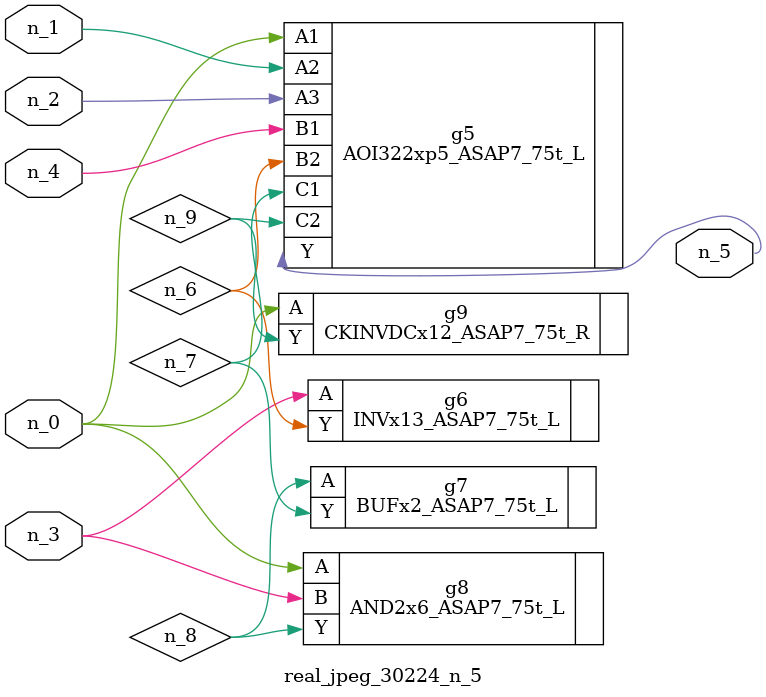
<source format=v>
module real_jpeg_30224_n_5 (n_4, n_0, n_1, n_2, n_3, n_5);

input n_4;
input n_0;
input n_1;
input n_2;
input n_3;

output n_5;

wire n_8;
wire n_6;
wire n_7;
wire n_9;

AOI322xp5_ASAP7_75t_L g5 ( 
.A1(n_0),
.A2(n_1),
.A3(n_2),
.B1(n_4),
.B2(n_6),
.C1(n_7),
.C2(n_9),
.Y(n_5)
);

AND2x6_ASAP7_75t_L g8 ( 
.A(n_0),
.B(n_3),
.Y(n_8)
);

CKINVDCx12_ASAP7_75t_R g9 ( 
.A(n_0),
.Y(n_9)
);

INVx13_ASAP7_75t_L g6 ( 
.A(n_3),
.Y(n_6)
);

BUFx2_ASAP7_75t_L g7 ( 
.A(n_8),
.Y(n_7)
);


endmodule
</source>
